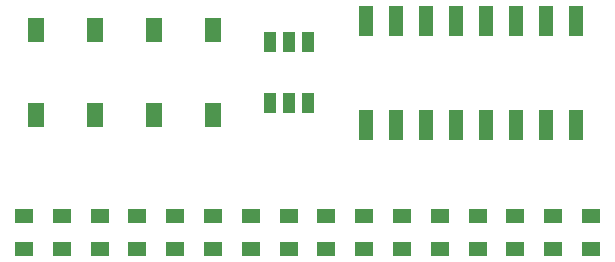
<source format=gtp>
G04 #@! TF.GenerationSoftware,KiCad,Pcbnew,(5.1.9)-1*
G04 #@! TF.CreationDate,2021-09-15T15:10:51+02:00*
G04 #@! TF.ProjectId,Shield-IO,53686965-6c64-42d4-994f-2e6b69636164,rev?*
G04 #@! TF.SameCoordinates,PXd59f80PYd59f80*
G04 #@! TF.FileFunction,Paste,Top*
G04 #@! TF.FilePolarity,Positive*
%FSLAX46Y46*%
G04 Gerber Fmt 4.6, Leading zero omitted, Abs format (unit mm)*
G04 Created by KiCad (PCBNEW (5.1.9)-1) date 2021-09-15 15:10:51*
%MOMM*%
%LPD*%
G01*
G04 APERTURE LIST*
%ADD10R,1.600000X1.200000*%
%ADD11R,1.000000X1.700000*%
%ADD12R,1.200000X2.500000*%
%ADD13R,1.400000X2.000000*%
G04 APERTURE END LIST*
D10*
X59000000Y-41100000D03*
X59000000Y-43900000D03*
X55800000Y-41100000D03*
X55800000Y-43900000D03*
X52600000Y-41100000D03*
X52600000Y-43900000D03*
X49400000Y-41100000D03*
X49400000Y-43900000D03*
X46200000Y-41100000D03*
X46200000Y-43900000D03*
X43000000Y-41100000D03*
X43000000Y-43900000D03*
X39800000Y-41100000D03*
X39800000Y-43900000D03*
X36600000Y-41100000D03*
X36600000Y-43900000D03*
X33400000Y-41100000D03*
X33400000Y-43900000D03*
X30200000Y-41100000D03*
X30200000Y-43900000D03*
X27000000Y-41100000D03*
X27000000Y-43900000D03*
X23800000Y-41100000D03*
X23800000Y-43900000D03*
X20600000Y-41100000D03*
X20600000Y-43900000D03*
X17400000Y-41100000D03*
X17400000Y-43900000D03*
X14200000Y-41100000D03*
X14200000Y-43900000D03*
X11000000Y-41100000D03*
X11000000Y-43900000D03*
D11*
X33400000Y-31600000D03*
X33400000Y-26400000D03*
X31800000Y-31600000D03*
X35000000Y-31600000D03*
X31800000Y-26400000D03*
X35000000Y-26400000D03*
D12*
X57690000Y-33407000D03*
X57690000Y-24593000D03*
X55150000Y-33407000D03*
X55150000Y-24593000D03*
X52610000Y-24593000D03*
X52610000Y-33407000D03*
X50070000Y-24593000D03*
X50070000Y-33407000D03*
X44990000Y-24593000D03*
X44990000Y-33407000D03*
X42450000Y-24593000D03*
X42450000Y-33407000D03*
X47530000Y-33407000D03*
X47530000Y-24593000D03*
X39910000Y-24593000D03*
X39910000Y-33407000D03*
D13*
X27000000Y-32600000D03*
X27000000Y-25400000D03*
X22000000Y-32600000D03*
X22000000Y-25400000D03*
X17000000Y-32600000D03*
X17000000Y-25400000D03*
X12000000Y-32600000D03*
X12000000Y-25400000D03*
M02*

</source>
